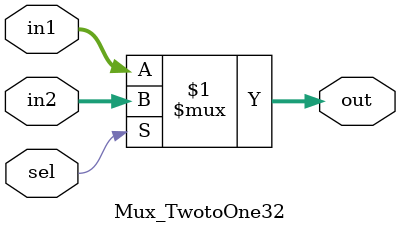
<source format=v>
`timescale 1ns / 1ps


module Mux_TwotoOne32(sel, in1, in2, out);
	input  sel;
	input  [31:0]  in1;
	input  [31:0]  in2;
	output [31:0]  out;

	assign out = (sel) ? in2 : in1;
endmodule

</source>
